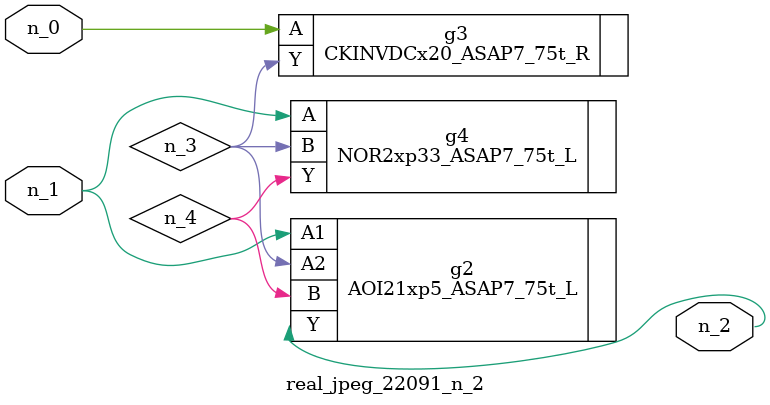
<source format=v>
module real_jpeg_22091_n_2 (n_1, n_0, n_2);

input n_1;
input n_0;

output n_2;

wire n_4;
wire n_3;

CKINVDCx20_ASAP7_75t_R g3 ( 
.A(n_0),
.Y(n_3)
);

AOI21xp5_ASAP7_75t_L g2 ( 
.A1(n_1),
.A2(n_3),
.B(n_4),
.Y(n_2)
);

NOR2xp33_ASAP7_75t_L g4 ( 
.A(n_1),
.B(n_3),
.Y(n_4)
);


endmodule
</source>
